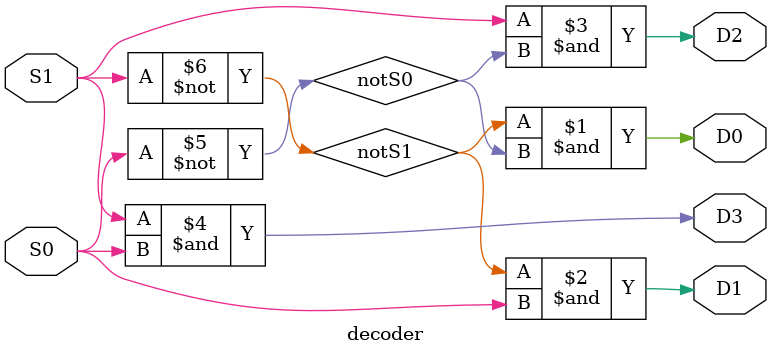
<source format=v>
/* CS 385 - Semester Project

   Authors:
   Robert Rotaru
   Bryan Bigelow
   Anthony Cerritelli

   Content:
   16-bit register file in Verilog
*/

// Simplified version of MIPS register file (4 registers, 16-bit data)

module reg_file (rr1,rr2,wr,wd,regwrite,rd1,rd2,clock);

   input [1:0] rr1,rr2,wr;
   input [15:0] wd;
   input regwrite,clock;
   output [15:0] rd1,rd2;
   wire [15:0] q1, q2, q3;

// registers

   D_16_Flip_flop r1 (wd,c1,q1);
   D_16_Flip_flop r2 (wd,c2,q2);
   D_16_Flip_flop r3 (wd,c3,q3);

// output port

   mux16Bit4x1  mux1 (16'b0,q1,q2,q3,rr1,rd1),
                mux2 (16'b0,q1,q2,q3,rr2,rd2);

// input port

   decoder dec(wr[1],wr[0],w3,w2,w1,w0);

   and a (regwrite_and_clock,regwrite,clock);

   and a1 (c1,regwrite_and_clock,w1),
       a2 (c2,regwrite_and_clock,w2),
       a3 (c3,regwrite_and_clock,w3);

endmodule


// Components

module D_16_Flip_flop(D,CLK,Q);
  input [15:0] D;
  input CLK;
  output [15:0] Q;
  
  D_flip_flop f0(D[0], CLK, Q[0]),
        f1(D[1], CLK, Q[1]),
        f2(D[2], CLK, Q[2]),
        f3(D[3], CLK, Q[3]),
        f4(D[4], CLK, Q[4]),
        f5(D[5], CLK, Q[5]),
        f6(D[6], CLK, Q[6]),
        f7(D[7], CLK, Q[7]),
        f8(D[8], CLK, Q[8]),
        f9(D[9], CLK, Q[9]),
        f10(D[10], CLK, Q[10]),
        f11(D[11], CLK, Q[11]),
        f12(D[12], CLK, Q[12]),
        f13(D[13], CLK, Q[13]),
        f14(D[14], CLK, Q[14]),
        f15(D[15], CLK, Q[15]); 
endmodule

module D_flip_flop(D,CLK,Q);
   input D,CLK; 
   output Q; 
   wire CLK1, Y;
   not  not1 (CLK1,CLK);
   D_latch D1(D,CLK, Y),
           D2(Y,CLK1,Q);
endmodule 

module D_latch(D,C,Q);
   input D,C; 
   output Q;
   wire x,y,D1,Q1; 
   nand nand1 (x,D, C), 
        nand2 (y,D1,C), 
        nand3 (Q,x,Q1),
        nand4 (Q1,y,Q); 
   not  not1  (D1,D);
endmodule
/*
module mux4x1(i0,i1,i2,i3,select,O); 
  input i0,i1,i2,i3;
  input [1:0] select;
  output O;
  wire w,x,y,z;
  and g1(w,i0,~select[1], ~select[0]),
    g2(x,i1,~select[1], select[0]),
    g3(y,i2,select[1], ~select[0]),
    g4(z,i3,select[1], select[0]);
  or  g5(O,w,x,y,z);
endmodule

module mux16Bit4x1(i0, i1, i2, i3, select, O);
  input [15:0] i0, i1, i2, i3;
  input [1:0] select;
  output [15:0] O;
  
  mux4x1  mux0(i0[0], i1[0], i2[0], i3[0], select, O[0]),
      mux1(i0[1], i1[1], i2[1], i3[1], select, O[1]),
      mux2(i0[2], i1[2], i2[2], i3[2], select, O[2]),
      mux3(i0[3], i1[3], i2[3], i3[3], select, O[3]),
      mux4(i0[4], i1[4], i2[4], i3[4], select, O[4]),
      mux5(i0[5], i1[5], i2[5], i3[5], select, O[5]),
      mux6(i0[6], i1[6], i2[6], i3[6], select, O[6]),
      mux7(i0[7], i1[7], i2[7], i3[7], select, O[7]),
      mux8(i0[8], i1[8], i2[8], i3[8], select, O[8]),
      mux9(i0[9], i1[9], i2[9], i3[9], select, O[9]),
      mux10(i0[10], i1[10], i2[10], i3[10], select, O[10]),
      mux11(i0[11], i1[11], i2[11], i3[11], select, O[11]),
      mux12(i0[12], i1[12], i2[12], i3[12], select, O[12]),
      mux13(i0[13], i1[13], i2[13], i3[13], select, O[13]),
      mux14(i0[14], i1[14], i2[14], i3[14], select, O[14]),
      mux15(i0[15], i1[15], i2[15], i3[15], select, O[15]);
endmodule
*/
module decoder (S1,S0,D3,D2,D1,D0); 
   input S0,S1; 
   output D0,D1,D2,D3; 
 
   not n1 (notS0,S0),
       n2 (notS1,S1);

   and a0 (D0,notS1,notS0), 
       a1 (D1,notS1,   S0), 
       a2 (D2,   S1,notS0), 
       a3 (D3,   S1,   S0); 
endmodule 

/*
module testing ();

 reg [1:0] rr1,rr2,wr;
 reg [15:0] wd;
 reg regwrite, clock;
 wire [15:0] rd1,rd2;

 reg_file regs (rr1,rr2,wr,wd,regwrite,rd1,rd2,clock);

 initial 
   begin  
     #10 regwrite=1; //enable writing

     #10 wd=16'b1010101010101010;       // set write data

     #10      rr1=0;rr2=0;clock=0;
     #10 wr=1;rr1=1;rr2=1;clock=1;
     #10                  clock=0;
     #10 wr=2;rr1=2;rr2=2;clock=1;
     #10                  clock=0;
     #10 wr=3;rr1=3;rr2=3;clock=1;
     #10                  clock=0;

     #10 regwrite=0; //disable writing

     #10 wd=16'b0000000011111111;       // set write data

     #10 wr=1;rr1=1;rr2=1;clock=1;
     #10                  clock=0;
     #10 wr=2;rr1=2;rr2=2;clock=1;
     #10                  clock=0;
     #10 wr=3;rr1=3;rr2=3;clock=1;
     #10                  clock=0;

     #10 regwrite=1; //enable writing

     #10 wd=16'b1111111100000000;       // set write data

     #10 wr=1;rr1=1;rr2=1;clock=1;
     #10                  clock=0;
     #10 wr=2;rr1=2;rr2=2;clock=1;
     #10                  clock=0;
     #10 wr=3;rr1=3;rr2=3;clock=1;
     #10                  clock=0;

   end 

   initial begin
   $display("                time c r wr wd               rr1 rr2 rd1              rd2");
   $monitor ("%d %b %b %b %b %b  %b  %b %b",$time,clock,regwrite,wr,wd,rr1,rr2,rd1,rd2);
   end
endmodule 
*/

/* Test results

C:\Users\User\git\forks\CS385-CPU\Source Files>iverilog -o out regfile16.v

C:\Users\User\git\forks\CS385-CPU\Source Files>vvp out

regwrite=x clock=x rr1=x rr2=x wr=x wd=    x rd1=    x rd2=    x
regwrite=1 clock=x rr1=x rr2=x wr=x wd=    x rd1=    x rd2=    x
regwrite=1 clock=x rr1=x rr2=x wr=x wd=    0 rd1=    x rd2=    x
regwrite=1 clock=0 rr1=0 rr2=0 wr=x wd=    0 rd1=    0 rd2=    0
regwrite=1 clock=1 rr1=1 rr2=1 wr=1 wd=    0 rd1=    x rd2=    x
regwrite=1 clock=0 rr1=1 rr2=1 wr=1 wd=    0 rd1=    0 rd2=    0
regwrite=1 clock=1 rr1=2 rr2=2 wr=2 wd=    0 rd1=    x rd2=    x
regwrite=1 clock=0 rr1=2 rr2=2 wr=2 wd=    0 rd1=    0 rd2=    0
regwrite=1 clock=1 rr1=3 rr2=3 wr=3 wd=    0 rd1=    x rd2=    x
regwrite=1 clock=0 rr1=3 rr2=3 wr=3 wd=    0 rd1=    0 rd2=    0
regwrite=0 clock=0 rr1=3 rr2=3 wr=3 wd=    0 rd1=    0 rd2=    0
regwrite=0 clock=0 rr1=3 rr2=3 wr=3 wd=    1 rd1=    0 rd2=    0
regwrite=0 clock=1 rr1=1 rr2=1 wr=1 wd=    1 rd1=    0 rd2=    0
regwrite=0 clock=0 rr1=1 rr2=1 wr=1 wd=    1 rd1=    0 rd2=    0
regwrite=0 clock=1 rr1=2 rr2=2 wr=2 wd=    1 rd1=    0 rd2=    0
regwrite=0 clock=0 rr1=2 rr2=2 wr=2 wd=    1 rd1=    0 rd2=    0
regwrite=0 clock=1 rr1=3 rr2=3 wr=3 wd=    1 rd1=    0 rd2=    0
regwrite=0 clock=0 rr1=3 rr2=3 wr=3 wd=    1 rd1=    0 rd2=    0
regwrite=1 clock=0 rr1=3 rr2=3 wr=3 wd=    1 rd1=    0 rd2=    0
regwrite=1 clock=1 rr1=1 rr2=1 wr=1 wd=    1 rd1=    0 rd2=    0
regwrite=1 clock=0 rr1=1 rr2=1 wr=1 wd=    1 rd1=    1 rd2=    1
regwrite=1 clock=1 rr1=2 rr2=2 wr=2 wd=    1 rd1=    0 rd2=    0
regwrite=1 clock=0 rr1=2 rr2=2 wr=2 wd=    1 rd1=    1 rd2=    1
regwrite=1 clock=1 rr1=3 rr2=3 wr=3 wd=    1 rd1=    0 rd2=    0
regwrite=1 clock=0 rr1=3 rr2=3 wr=3 wd=    1 rd1=    1 rd2=    1

*/



</source>
